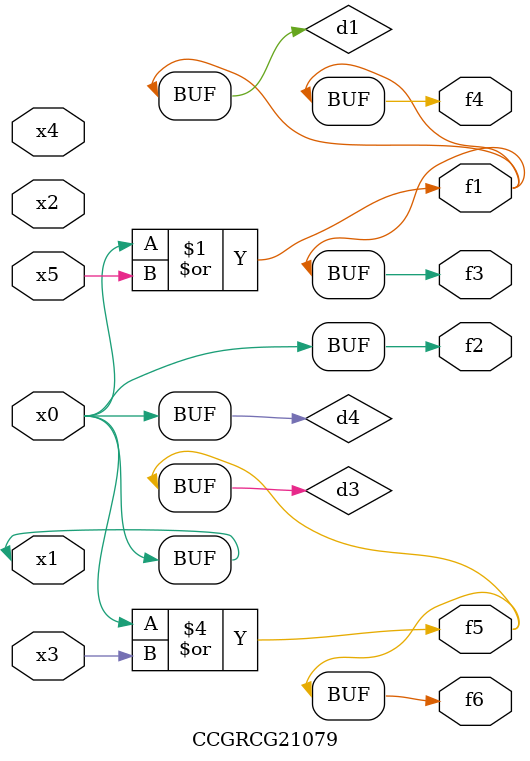
<source format=v>
module CCGRCG21079(
	input x0, x1, x2, x3, x4, x5,
	output f1, f2, f3, f4, f5, f6
);

	wire d1, d2, d3, d4;

	or (d1, x0, x5);
	xnor (d2, x1, x4);
	or (d3, x0, x3);
	buf (d4, x0, x1);
	assign f1 = d1;
	assign f2 = d4;
	assign f3 = d1;
	assign f4 = d1;
	assign f5 = d3;
	assign f6 = d3;
endmodule

</source>
